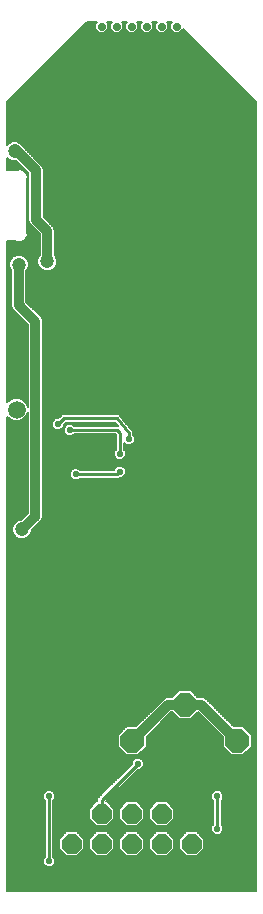
<source format=gbl>
G75*
%MOIN*%
%OFA0B0*%
%FSLAX25Y25*%
%IPPOS*%
%LPD*%
%AMOC8*
5,1,8,0,0,1.08239X$1,22.5*
%
%ADD10OC8,0.06600*%
%ADD11OC8,0.02560*%
%ADD12C,0.05906*%
%ADD13OC8,0.07800*%
%ADD14C,0.01000*%
%ADD15C,0.02181*%
%ADD16C,0.00630*%
%ADD17C,0.02969*%
%ADD18C,0.04724*%
%ADD19C,0.03200*%
D10*
X0094504Y0066197D03*
X0094504Y0076197D03*
X0104504Y0076197D03*
X0104504Y0066197D03*
X0114504Y0066197D03*
X0114504Y0076197D03*
X0124504Y0076197D03*
X0124504Y0066197D03*
X0134504Y0066197D03*
X0134504Y0076197D03*
D11*
X0129504Y0338559D03*
X0124504Y0338559D03*
X0119504Y0338559D03*
X0114504Y0338559D03*
X0109504Y0338559D03*
X0104504Y0338559D03*
X0099504Y0338559D03*
D12*
X0076118Y0235567D03*
X0076118Y0210961D03*
D13*
X0114720Y0307535D03*
X0132220Y0295535D03*
X0149720Y0307535D03*
X0132220Y0112535D03*
X0114720Y0100535D03*
X0149720Y0100535D03*
D14*
X0143047Y0082024D02*
X0143047Y0071197D01*
X0116472Y0092850D02*
X0104504Y0080882D01*
X0104504Y0076197D01*
X0086945Y0082024D02*
X0086945Y0060370D01*
X0095803Y0189307D02*
X0109583Y0189307D01*
X0110567Y0190291D01*
X0110567Y0196197D02*
X0110567Y0203087D01*
X0109583Y0204071D01*
X0093835Y0204071D01*
X0091866Y0208008D02*
X0109583Y0208008D01*
X0113520Y0203087D01*
X0113520Y0201118D01*
X0091866Y0208008D02*
X0089898Y0206039D01*
D15*
X0089898Y0206039D03*
X0093835Y0204071D03*
X0098756Y0199150D03*
X0100724Y0196197D03*
X0098756Y0193244D03*
X0095803Y0189307D03*
X0102693Y0193244D03*
X0102693Y0199150D03*
X0110567Y0196197D03*
X0110567Y0190291D03*
X0113520Y0201118D03*
X0116472Y0092850D03*
X0143047Y0082024D03*
X0143047Y0071197D03*
X0086945Y0082024D03*
X0086945Y0060370D03*
X0087339Y0311551D03*
D16*
X0073012Y0208597D02*
X0073012Y0050374D01*
X0155996Y0050374D01*
X0155996Y0313555D01*
X0131699Y0337852D01*
X0131699Y0337650D01*
X0130413Y0336364D01*
X0128595Y0336364D01*
X0127309Y0337650D01*
X0127309Y0339468D01*
X0127892Y0340051D01*
X0126116Y0340051D01*
X0126699Y0339468D01*
X0126699Y0337650D01*
X0125413Y0336364D01*
X0123595Y0336364D01*
X0122309Y0337650D01*
X0122309Y0339468D01*
X0122892Y0340051D01*
X0121116Y0340051D01*
X0121699Y0339468D01*
X0121699Y0337650D01*
X0120413Y0336364D01*
X0118595Y0336364D01*
X0117309Y0337650D01*
X0117309Y0339468D01*
X0117892Y0340051D01*
X0116116Y0340051D01*
X0116699Y0339468D01*
X0116699Y0337650D01*
X0115413Y0336364D01*
X0113595Y0336364D01*
X0112309Y0337650D01*
X0112309Y0339468D01*
X0112892Y0340051D01*
X0111116Y0340051D01*
X0111699Y0339468D01*
X0111699Y0337650D01*
X0110413Y0336364D01*
X0108595Y0336364D01*
X0107309Y0337650D01*
X0107309Y0339468D01*
X0107892Y0340051D01*
X0106116Y0340051D01*
X0106699Y0339468D01*
X0106699Y0337650D01*
X0105413Y0336364D01*
X0103595Y0336364D01*
X0102309Y0337650D01*
X0102309Y0339468D01*
X0102892Y0340051D01*
X0099508Y0340051D01*
X0073012Y0313555D01*
X0073012Y0299202D01*
X0073622Y0299812D01*
X0074826Y0300311D01*
X0076130Y0300311D01*
X0077334Y0299812D01*
X0078256Y0298890D01*
X0078464Y0298388D01*
X0084746Y0292106D01*
X0085129Y0291182D01*
X0085129Y0275191D01*
X0087486Y0272834D01*
X0087486Y0272834D01*
X0087512Y0272809D01*
X0088194Y0272127D01*
X0088194Y0272127D01*
X0088334Y0271986D01*
X0088334Y0271986D01*
X0088869Y0270694D01*
X0088869Y0262490D01*
X0089133Y0262226D01*
X0155996Y0262226D01*
X0155996Y0261598D02*
X0089393Y0261598D01*
X0089631Y0261022D02*
X0089133Y0262226D01*
X0088869Y0262855D02*
X0155996Y0262855D01*
X0155996Y0263483D02*
X0088869Y0263483D01*
X0088869Y0264111D02*
X0155996Y0264111D01*
X0155996Y0264740D02*
X0088869Y0264740D01*
X0088869Y0265368D02*
X0155996Y0265368D01*
X0155996Y0265997D02*
X0088869Y0265997D01*
X0088869Y0266625D02*
X0155996Y0266625D01*
X0155996Y0267254D02*
X0088869Y0267254D01*
X0088869Y0267882D02*
X0155996Y0267882D01*
X0155996Y0268510D02*
X0088869Y0268510D01*
X0088869Y0269139D02*
X0155996Y0269139D01*
X0155996Y0269767D02*
X0088869Y0269767D01*
X0088869Y0270396D02*
X0155996Y0270396D01*
X0155996Y0271024D02*
X0088733Y0271024D01*
X0088472Y0271653D02*
X0155996Y0271653D01*
X0155996Y0272281D02*
X0088039Y0272281D01*
X0087411Y0272909D02*
X0155996Y0272909D01*
X0155996Y0273538D02*
X0086783Y0273538D01*
X0086154Y0274166D02*
X0155996Y0274166D01*
X0155996Y0274795D02*
X0085526Y0274795D01*
X0085129Y0275423D02*
X0155996Y0275423D01*
X0155996Y0276052D02*
X0085129Y0276052D01*
X0085129Y0276680D02*
X0155996Y0276680D01*
X0155996Y0277309D02*
X0085129Y0277309D01*
X0085129Y0277937D02*
X0155996Y0277937D01*
X0155996Y0278565D02*
X0085129Y0278565D01*
X0085129Y0279194D02*
X0155996Y0279194D01*
X0155996Y0279822D02*
X0085129Y0279822D01*
X0085129Y0280451D02*
X0155996Y0280451D01*
X0155996Y0281079D02*
X0085129Y0281079D01*
X0085129Y0281708D02*
X0155996Y0281708D01*
X0155996Y0282336D02*
X0085129Y0282336D01*
X0085129Y0282964D02*
X0155996Y0282964D01*
X0155996Y0283593D02*
X0085129Y0283593D01*
X0085129Y0284221D02*
X0155996Y0284221D01*
X0155996Y0284850D02*
X0085129Y0284850D01*
X0085129Y0285478D02*
X0155996Y0285478D01*
X0155996Y0286107D02*
X0085129Y0286107D01*
X0085129Y0286735D02*
X0155996Y0286735D01*
X0155996Y0287363D02*
X0085129Y0287363D01*
X0085129Y0287992D02*
X0155996Y0287992D01*
X0155996Y0288620D02*
X0085129Y0288620D01*
X0085129Y0289249D02*
X0155996Y0289249D01*
X0155996Y0289877D02*
X0085129Y0289877D01*
X0085129Y0290506D02*
X0155996Y0290506D01*
X0155996Y0291134D02*
X0085129Y0291134D01*
X0084889Y0291762D02*
X0155996Y0291762D01*
X0155996Y0292391D02*
X0084461Y0292391D01*
X0083833Y0293019D02*
X0155996Y0293019D01*
X0155996Y0293648D02*
X0083204Y0293648D01*
X0082576Y0294276D02*
X0155996Y0294276D01*
X0155996Y0294905D02*
X0081948Y0294905D01*
X0081319Y0295533D02*
X0155996Y0295533D01*
X0155996Y0296161D02*
X0080691Y0296161D01*
X0080062Y0296790D02*
X0155996Y0296790D01*
X0155996Y0297418D02*
X0079434Y0297418D01*
X0078805Y0298047D02*
X0155996Y0298047D01*
X0155996Y0298675D02*
X0078345Y0298675D01*
X0077843Y0299304D02*
X0155996Y0299304D01*
X0155996Y0299932D02*
X0077045Y0299932D01*
X0073911Y0299932D02*
X0073012Y0299932D01*
X0073012Y0299304D02*
X0073113Y0299304D01*
X0073012Y0300561D02*
X0155996Y0300561D01*
X0155996Y0301189D02*
X0073012Y0301189D01*
X0073012Y0301817D02*
X0155996Y0301817D01*
X0155996Y0302446D02*
X0073012Y0302446D01*
X0073012Y0303074D02*
X0155996Y0303074D01*
X0155996Y0303703D02*
X0073012Y0303703D01*
X0073012Y0304331D02*
X0155996Y0304331D01*
X0155996Y0304960D02*
X0073012Y0304960D01*
X0073012Y0305588D02*
X0155996Y0305588D01*
X0155996Y0306216D02*
X0073012Y0306216D01*
X0073012Y0306845D02*
X0155996Y0306845D01*
X0155996Y0307473D02*
X0073012Y0307473D01*
X0073012Y0308102D02*
X0155996Y0308102D01*
X0155996Y0308730D02*
X0073012Y0308730D01*
X0073012Y0309359D02*
X0155996Y0309359D01*
X0155996Y0309987D02*
X0073012Y0309987D01*
X0073012Y0310615D02*
X0155996Y0310615D01*
X0155996Y0311244D02*
X0073012Y0311244D01*
X0073012Y0311872D02*
X0155996Y0311872D01*
X0155996Y0312501D02*
X0073012Y0312501D01*
X0073012Y0313129D02*
X0155996Y0313129D01*
X0155794Y0313758D02*
X0073214Y0313758D01*
X0073843Y0314386D02*
X0155165Y0314386D01*
X0154537Y0315014D02*
X0074471Y0315014D01*
X0075099Y0315643D02*
X0153908Y0315643D01*
X0153280Y0316271D02*
X0075728Y0316271D01*
X0076356Y0316900D02*
X0152652Y0316900D01*
X0152023Y0317528D02*
X0076985Y0317528D01*
X0077613Y0318157D02*
X0151395Y0318157D01*
X0150766Y0318785D02*
X0078242Y0318785D01*
X0078870Y0319413D02*
X0150138Y0319413D01*
X0149509Y0320042D02*
X0079498Y0320042D01*
X0080127Y0320670D02*
X0148881Y0320670D01*
X0148253Y0321299D02*
X0080755Y0321299D01*
X0081384Y0321927D02*
X0147624Y0321927D01*
X0146996Y0322556D02*
X0082012Y0322556D01*
X0082641Y0323184D02*
X0146367Y0323184D01*
X0145739Y0323813D02*
X0083269Y0323813D01*
X0083897Y0324441D02*
X0145110Y0324441D01*
X0144482Y0325069D02*
X0084526Y0325069D01*
X0085154Y0325698D02*
X0143854Y0325698D01*
X0143225Y0326326D02*
X0085783Y0326326D01*
X0086411Y0326955D02*
X0142597Y0326955D01*
X0141968Y0327583D02*
X0087040Y0327583D01*
X0087668Y0328212D02*
X0141340Y0328212D01*
X0140711Y0328840D02*
X0088296Y0328840D01*
X0088925Y0329468D02*
X0140083Y0329468D01*
X0139455Y0330097D02*
X0089553Y0330097D01*
X0090182Y0330725D02*
X0138826Y0330725D01*
X0138198Y0331354D02*
X0090810Y0331354D01*
X0091439Y0331982D02*
X0137569Y0331982D01*
X0136941Y0332611D02*
X0092067Y0332611D01*
X0092696Y0333239D02*
X0136312Y0333239D01*
X0135684Y0333867D02*
X0093324Y0333867D01*
X0093952Y0334496D02*
X0135055Y0334496D01*
X0134427Y0335124D02*
X0094581Y0335124D01*
X0095209Y0335753D02*
X0133799Y0335753D01*
X0133170Y0336381D02*
X0130430Y0336381D01*
X0131059Y0337010D02*
X0132542Y0337010D01*
X0131913Y0337638D02*
X0131687Y0337638D01*
X0128578Y0336381D02*
X0125430Y0336381D01*
X0126059Y0337010D02*
X0127949Y0337010D01*
X0127321Y0337638D02*
X0126687Y0337638D01*
X0126699Y0338266D02*
X0127309Y0338266D01*
X0127309Y0338895D02*
X0126699Y0338895D01*
X0126644Y0339523D02*
X0127364Y0339523D01*
X0123578Y0336381D02*
X0120430Y0336381D01*
X0121059Y0337010D02*
X0122949Y0337010D01*
X0122321Y0337638D02*
X0121687Y0337638D01*
X0121699Y0338266D02*
X0122309Y0338266D01*
X0122309Y0338895D02*
X0121699Y0338895D01*
X0121644Y0339523D02*
X0122364Y0339523D01*
X0118578Y0336381D02*
X0115430Y0336381D01*
X0116059Y0337010D02*
X0117949Y0337010D01*
X0117321Y0337638D02*
X0116687Y0337638D01*
X0116699Y0338266D02*
X0117309Y0338266D01*
X0117309Y0338895D02*
X0116699Y0338895D01*
X0116644Y0339523D02*
X0117364Y0339523D01*
X0113578Y0336381D02*
X0110430Y0336381D01*
X0111059Y0337010D02*
X0112949Y0337010D01*
X0112321Y0337638D02*
X0111687Y0337638D01*
X0111699Y0338266D02*
X0112309Y0338266D01*
X0112309Y0338895D02*
X0111699Y0338895D01*
X0111644Y0339523D02*
X0112364Y0339523D01*
X0108578Y0336381D02*
X0105430Y0336381D01*
X0106059Y0337010D02*
X0107949Y0337010D01*
X0107321Y0337638D02*
X0106687Y0337638D01*
X0106699Y0338266D02*
X0107309Y0338266D01*
X0107309Y0338895D02*
X0106699Y0338895D01*
X0106644Y0339523D02*
X0107364Y0339523D01*
X0103578Y0336381D02*
X0095838Y0336381D01*
X0096466Y0337010D02*
X0102949Y0337010D01*
X0102321Y0337638D02*
X0097095Y0337638D01*
X0097723Y0338266D02*
X0102309Y0338266D01*
X0102309Y0338895D02*
X0098351Y0338895D01*
X0098980Y0339523D02*
X0102364Y0339523D01*
X0075982Y0293757D02*
X0080099Y0289640D01*
X0080099Y0273649D01*
X0080482Y0272725D01*
X0081190Y0272018D01*
X0083839Y0269368D01*
X0083839Y0262490D01*
X0083576Y0262226D01*
X0078137Y0262226D01*
X0077557Y0262466D02*
X0076254Y0262466D01*
X0075049Y0261967D01*
X0074127Y0261045D01*
X0073628Y0259841D01*
X0073628Y0258537D01*
X0074127Y0257333D01*
X0074391Y0257069D01*
X0074391Y0245518D01*
X0074926Y0244226D01*
X0075066Y0244086D01*
X0075066Y0244086D01*
X0079902Y0239250D01*
X0079902Y0211931D01*
X0079397Y0213152D01*
X0078309Y0214240D01*
X0076887Y0214828D01*
X0075349Y0214828D01*
X0073927Y0214240D01*
X0073012Y0213324D01*
X0073012Y0267020D01*
X0075760Y0267020D01*
X0075837Y0266942D01*
X0077538Y0266673D01*
X0079073Y0267455D01*
X0079855Y0268989D01*
X0079855Y0268989D01*
X0079585Y0270690D01*
X0079585Y0270690D01*
X0079508Y0270768D01*
X0079508Y0286980D01*
X0079585Y0287058D01*
X0079855Y0288759D01*
X0079073Y0290293D01*
X0079073Y0290293D01*
X0079073Y0290293D01*
X0077538Y0291075D01*
X0075837Y0290806D01*
X0075760Y0290728D01*
X0073012Y0290728D01*
X0073012Y0294865D01*
X0073622Y0294256D01*
X0074826Y0293757D01*
X0075982Y0293757D01*
X0076091Y0293648D02*
X0073012Y0293648D01*
X0073012Y0294276D02*
X0073601Y0294276D01*
X0073012Y0293019D02*
X0076719Y0293019D01*
X0077348Y0292391D02*
X0073012Y0292391D01*
X0073012Y0291762D02*
X0077976Y0291762D01*
X0077538Y0291075D02*
X0077538Y0291075D01*
X0078605Y0291134D02*
X0073012Y0291134D01*
X0075837Y0290806D02*
X0075837Y0290806D01*
X0078656Y0290506D02*
X0079233Y0290506D01*
X0079285Y0289877D02*
X0079862Y0289877D01*
X0080099Y0289249D02*
X0079605Y0289249D01*
X0079855Y0288759D02*
X0079855Y0288759D01*
X0079833Y0288620D02*
X0080099Y0288620D01*
X0080099Y0287992D02*
X0079733Y0287992D01*
X0079634Y0287363D02*
X0080099Y0287363D01*
X0079585Y0287058D02*
X0079585Y0287058D01*
X0079508Y0286735D02*
X0080099Y0286735D01*
X0080099Y0286107D02*
X0079508Y0286107D01*
X0079508Y0285478D02*
X0080099Y0285478D01*
X0080099Y0284850D02*
X0079508Y0284850D01*
X0079508Y0284221D02*
X0080099Y0284221D01*
X0080099Y0283593D02*
X0079508Y0283593D01*
X0079508Y0282964D02*
X0080099Y0282964D01*
X0080099Y0282336D02*
X0079508Y0282336D01*
X0079508Y0281708D02*
X0080099Y0281708D01*
X0080099Y0281079D02*
X0079508Y0281079D01*
X0079508Y0280451D02*
X0080099Y0280451D01*
X0080099Y0279822D02*
X0079508Y0279822D01*
X0079508Y0279194D02*
X0080099Y0279194D01*
X0080099Y0278565D02*
X0079508Y0278565D01*
X0079508Y0277937D02*
X0080099Y0277937D01*
X0080099Y0277309D02*
X0079508Y0277309D01*
X0079508Y0276680D02*
X0080099Y0276680D01*
X0080099Y0276052D02*
X0079508Y0276052D01*
X0079508Y0275423D02*
X0080099Y0275423D01*
X0080099Y0274795D02*
X0079508Y0274795D01*
X0079508Y0274166D02*
X0080099Y0274166D01*
X0080145Y0273538D02*
X0079508Y0273538D01*
X0079508Y0272909D02*
X0080406Y0272909D01*
X0080926Y0272281D02*
X0079508Y0272281D01*
X0079508Y0271653D02*
X0081554Y0271653D01*
X0081190Y0272018D02*
X0081190Y0272018D01*
X0082183Y0271024D02*
X0079508Y0271024D01*
X0079632Y0270396D02*
X0082811Y0270396D01*
X0083440Y0269767D02*
X0079731Y0269767D01*
X0079831Y0269139D02*
X0083839Y0269139D01*
X0083839Y0268510D02*
X0079611Y0268510D01*
X0079290Y0267882D02*
X0083839Y0267882D01*
X0083839Y0267254D02*
X0078678Y0267254D01*
X0079073Y0267455D02*
X0079073Y0267455D01*
X0077557Y0262466D02*
X0078762Y0261967D01*
X0079684Y0261045D01*
X0080183Y0259841D01*
X0080183Y0258537D01*
X0079684Y0257333D01*
X0079420Y0257069D01*
X0079420Y0246845D01*
X0083842Y0242423D01*
X0083842Y0242423D01*
X0084549Y0241716D01*
X0084932Y0240792D01*
X0084932Y0175243D01*
X0084397Y0173951D01*
X0084397Y0173951D01*
X0084257Y0173810D01*
X0084257Y0173810D01*
X0081167Y0170720D01*
X0081167Y0170348D01*
X0080668Y0169144D01*
X0079746Y0168222D01*
X0078542Y0167723D01*
X0077238Y0167723D01*
X0076033Y0168222D01*
X0075112Y0169144D01*
X0074613Y0170348D01*
X0074613Y0171652D01*
X0075112Y0172856D01*
X0076033Y0173778D01*
X0077238Y0174277D01*
X0077610Y0174277D01*
X0079902Y0176569D01*
X0079902Y0209990D01*
X0079397Y0208770D01*
X0078309Y0207682D01*
X0076887Y0207093D01*
X0075349Y0207093D01*
X0073927Y0207682D01*
X0073012Y0208597D01*
X0073012Y0208181D02*
X0073428Y0208181D01*
X0073012Y0207552D02*
X0074239Y0207552D01*
X0073012Y0206924D02*
X0079902Y0206924D01*
X0079902Y0206296D02*
X0073012Y0206296D01*
X0073012Y0205667D02*
X0079902Y0205667D01*
X0079902Y0205039D02*
X0073012Y0205039D01*
X0073012Y0204410D02*
X0079902Y0204410D01*
X0079902Y0203782D02*
X0073012Y0203782D01*
X0073012Y0203153D02*
X0079902Y0203153D01*
X0079902Y0202525D02*
X0073012Y0202525D01*
X0073012Y0201897D02*
X0079902Y0201897D01*
X0079902Y0201268D02*
X0073012Y0201268D01*
X0073012Y0200640D02*
X0079902Y0200640D01*
X0079902Y0200011D02*
X0073012Y0200011D01*
X0073012Y0199383D02*
X0079902Y0199383D01*
X0079902Y0198754D02*
X0073012Y0198754D01*
X0073012Y0198126D02*
X0079902Y0198126D01*
X0079902Y0197498D02*
X0073012Y0197498D01*
X0073012Y0196869D02*
X0079902Y0196869D01*
X0079902Y0196241D02*
X0073012Y0196241D01*
X0073012Y0195612D02*
X0079902Y0195612D01*
X0079902Y0194984D02*
X0073012Y0194984D01*
X0073012Y0194355D02*
X0079902Y0194355D01*
X0079902Y0193727D02*
X0073012Y0193727D01*
X0073012Y0193099D02*
X0079902Y0193099D01*
X0079902Y0192470D02*
X0073012Y0192470D01*
X0073012Y0191842D02*
X0079902Y0191842D01*
X0079902Y0191213D02*
X0073012Y0191213D01*
X0073012Y0190585D02*
X0079902Y0190585D01*
X0079902Y0189956D02*
X0073012Y0189956D01*
X0073012Y0189328D02*
X0079902Y0189328D01*
X0079902Y0188700D02*
X0073012Y0188700D01*
X0073012Y0188071D02*
X0079902Y0188071D01*
X0079902Y0187443D02*
X0073012Y0187443D01*
X0073012Y0186814D02*
X0079902Y0186814D01*
X0079902Y0186186D02*
X0073012Y0186186D01*
X0073012Y0185557D02*
X0079902Y0185557D01*
X0079902Y0184929D02*
X0073012Y0184929D01*
X0073012Y0184300D02*
X0079902Y0184300D01*
X0079902Y0183672D02*
X0073012Y0183672D01*
X0073012Y0183044D02*
X0079902Y0183044D01*
X0079902Y0182415D02*
X0073012Y0182415D01*
X0073012Y0181787D02*
X0079902Y0181787D01*
X0079902Y0181158D02*
X0073012Y0181158D01*
X0073012Y0180530D02*
X0079902Y0180530D01*
X0079902Y0179901D02*
X0073012Y0179901D01*
X0073012Y0179273D02*
X0079902Y0179273D01*
X0079902Y0178645D02*
X0073012Y0178645D01*
X0073012Y0178016D02*
X0079902Y0178016D01*
X0079902Y0177388D02*
X0073012Y0177388D01*
X0073012Y0176759D02*
X0079902Y0176759D01*
X0079464Y0176131D02*
X0073012Y0176131D01*
X0073012Y0175502D02*
X0078836Y0175502D01*
X0078207Y0174874D02*
X0073012Y0174874D01*
X0073012Y0174246D02*
X0077162Y0174246D01*
X0075872Y0173617D02*
X0073012Y0173617D01*
X0073012Y0172989D02*
X0075244Y0172989D01*
X0074906Y0172360D02*
X0073012Y0172360D01*
X0073012Y0171732D02*
X0074646Y0171732D01*
X0074613Y0171103D02*
X0073012Y0171103D01*
X0073012Y0170475D02*
X0074613Y0170475D01*
X0074820Y0169847D02*
X0073012Y0169847D01*
X0073012Y0169218D02*
X0075081Y0169218D01*
X0075665Y0168590D02*
X0073012Y0168590D01*
X0073012Y0167961D02*
X0076662Y0167961D01*
X0079117Y0167961D02*
X0155996Y0167961D01*
X0155996Y0167333D02*
X0073012Y0167333D01*
X0073012Y0166704D02*
X0155996Y0166704D01*
X0155996Y0166076D02*
X0073012Y0166076D01*
X0073012Y0165448D02*
X0155996Y0165448D01*
X0155996Y0164819D02*
X0073012Y0164819D01*
X0073012Y0164191D02*
X0155996Y0164191D01*
X0155996Y0163562D02*
X0073012Y0163562D01*
X0073012Y0162934D02*
X0155996Y0162934D01*
X0155996Y0162305D02*
X0073012Y0162305D01*
X0073012Y0161677D02*
X0155996Y0161677D01*
X0155996Y0161048D02*
X0073012Y0161048D01*
X0073012Y0160420D02*
X0155996Y0160420D01*
X0155996Y0159792D02*
X0073012Y0159792D01*
X0073012Y0159163D02*
X0155996Y0159163D01*
X0155996Y0158535D02*
X0073012Y0158535D01*
X0073012Y0157906D02*
X0155996Y0157906D01*
X0155996Y0157278D02*
X0073012Y0157278D01*
X0073012Y0156649D02*
X0155996Y0156649D01*
X0155996Y0156021D02*
X0073012Y0156021D01*
X0073012Y0155393D02*
X0155996Y0155393D01*
X0155996Y0154764D02*
X0073012Y0154764D01*
X0073012Y0154136D02*
X0155996Y0154136D01*
X0155996Y0153507D02*
X0073012Y0153507D01*
X0073012Y0152879D02*
X0155996Y0152879D01*
X0155996Y0152250D02*
X0073012Y0152250D01*
X0073012Y0151622D02*
X0155996Y0151622D01*
X0155996Y0150994D02*
X0073012Y0150994D01*
X0073012Y0150365D02*
X0155996Y0150365D01*
X0155996Y0149737D02*
X0073012Y0149737D01*
X0073012Y0149108D02*
X0155996Y0149108D01*
X0155996Y0148480D02*
X0073012Y0148480D01*
X0073012Y0147851D02*
X0155996Y0147851D01*
X0155996Y0147223D02*
X0073012Y0147223D01*
X0073012Y0146595D02*
X0155996Y0146595D01*
X0155996Y0145966D02*
X0073012Y0145966D01*
X0073012Y0145338D02*
X0155996Y0145338D01*
X0155996Y0144709D02*
X0073012Y0144709D01*
X0073012Y0144081D02*
X0155996Y0144081D01*
X0155996Y0143452D02*
X0073012Y0143452D01*
X0073012Y0142824D02*
X0155996Y0142824D01*
X0155996Y0142196D02*
X0073012Y0142196D01*
X0073012Y0141567D02*
X0155996Y0141567D01*
X0155996Y0140939D02*
X0073012Y0140939D01*
X0073012Y0140310D02*
X0155996Y0140310D01*
X0155996Y0139682D02*
X0073012Y0139682D01*
X0073012Y0139053D02*
X0155996Y0139053D01*
X0155996Y0138425D02*
X0073012Y0138425D01*
X0073012Y0137796D02*
X0155996Y0137796D01*
X0155996Y0137168D02*
X0073012Y0137168D01*
X0073012Y0136540D02*
X0155996Y0136540D01*
X0155996Y0135911D02*
X0073012Y0135911D01*
X0073012Y0135283D02*
X0155996Y0135283D01*
X0155996Y0134654D02*
X0073012Y0134654D01*
X0073012Y0134026D02*
X0155996Y0134026D01*
X0155996Y0133397D02*
X0073012Y0133397D01*
X0073012Y0132769D02*
X0155996Y0132769D01*
X0155996Y0132141D02*
X0073012Y0132141D01*
X0073012Y0131512D02*
X0155996Y0131512D01*
X0155996Y0130884D02*
X0073012Y0130884D01*
X0073012Y0130255D02*
X0155996Y0130255D01*
X0155996Y0129627D02*
X0073012Y0129627D01*
X0073012Y0128998D02*
X0155996Y0128998D01*
X0155996Y0128370D02*
X0073012Y0128370D01*
X0073012Y0127742D02*
X0155996Y0127742D01*
X0155996Y0127113D02*
X0073012Y0127113D01*
X0073012Y0126485D02*
X0155996Y0126485D01*
X0155996Y0125856D02*
X0073012Y0125856D01*
X0073012Y0125228D02*
X0155996Y0125228D01*
X0155996Y0124599D02*
X0073012Y0124599D01*
X0073012Y0123971D02*
X0155996Y0123971D01*
X0155996Y0123343D02*
X0073012Y0123343D01*
X0073012Y0122714D02*
X0155996Y0122714D01*
X0155996Y0122086D02*
X0073012Y0122086D01*
X0073012Y0121457D02*
X0155996Y0121457D01*
X0155996Y0120829D02*
X0073012Y0120829D01*
X0073012Y0120200D02*
X0155996Y0120200D01*
X0155996Y0119572D02*
X0073012Y0119572D01*
X0073012Y0118944D02*
X0155996Y0118944D01*
X0155996Y0118315D02*
X0073012Y0118315D01*
X0073012Y0117687D02*
X0155996Y0117687D01*
X0155996Y0117058D02*
X0134507Y0117058D01*
X0134215Y0117350D02*
X0130226Y0117350D01*
X0127926Y0115050D01*
X0126220Y0115050D01*
X0125296Y0114668D01*
X0124588Y0113960D01*
X0115979Y0105350D01*
X0112726Y0105350D01*
X0109906Y0102530D01*
X0109906Y0098541D01*
X0112726Y0095720D01*
X0116715Y0095720D01*
X0119535Y0098541D01*
X0119535Y0101794D01*
X0127762Y0110020D01*
X0127926Y0110020D01*
X0130226Y0107720D01*
X0134215Y0107720D01*
X0136515Y0110020D01*
X0136679Y0110020D01*
X0144906Y0101794D01*
X0144906Y0098541D01*
X0147726Y0095720D01*
X0151715Y0095720D01*
X0154535Y0098541D01*
X0154535Y0102530D01*
X0151715Y0105350D01*
X0148462Y0105350D01*
X0139145Y0114668D01*
X0138221Y0115050D01*
X0136515Y0115050D01*
X0134215Y0117350D01*
X0135135Y0116430D02*
X0155996Y0116430D01*
X0155996Y0115801D02*
X0135764Y0115801D01*
X0136392Y0115173D02*
X0155996Y0115173D01*
X0155996Y0114544D02*
X0139268Y0114544D01*
X0139897Y0113916D02*
X0155996Y0113916D01*
X0155996Y0113288D02*
X0140525Y0113288D01*
X0141153Y0112659D02*
X0155996Y0112659D01*
X0155996Y0112031D02*
X0141782Y0112031D01*
X0142410Y0111402D02*
X0155996Y0111402D01*
X0155996Y0110774D02*
X0143039Y0110774D01*
X0143667Y0110145D02*
X0155996Y0110145D01*
X0155996Y0109517D02*
X0144296Y0109517D01*
X0144924Y0108889D02*
X0155996Y0108889D01*
X0155996Y0108260D02*
X0145552Y0108260D01*
X0146181Y0107632D02*
X0155996Y0107632D01*
X0155996Y0107003D02*
X0146809Y0107003D01*
X0147438Y0106375D02*
X0155996Y0106375D01*
X0155996Y0105746D02*
X0148066Y0105746D01*
X0144906Y0101347D02*
X0119535Y0101347D01*
X0119535Y0100719D02*
X0144906Y0100719D01*
X0144906Y0100091D02*
X0119535Y0100091D01*
X0119535Y0099462D02*
X0144906Y0099462D01*
X0144906Y0098834D02*
X0119535Y0098834D01*
X0119200Y0098205D02*
X0145241Y0098205D01*
X0145870Y0097577D02*
X0118571Y0097577D01*
X0117943Y0096948D02*
X0146498Y0096948D01*
X0147127Y0096320D02*
X0117314Y0096320D01*
X0117303Y0094856D02*
X0115642Y0094856D01*
X0114467Y0093681D01*
X0114467Y0092846D01*
X0103089Y0081468D01*
X0103089Y0080412D01*
X0102758Y0080412D01*
X0100289Y0077943D01*
X0100289Y0074451D01*
X0102758Y0071982D01*
X0106250Y0071982D01*
X0108719Y0074451D01*
X0108719Y0077943D01*
X0106250Y0080412D01*
X0106035Y0080412D01*
X0116468Y0090845D01*
X0117303Y0090845D01*
X0118478Y0092020D01*
X0118478Y0093681D01*
X0117303Y0094856D01*
X0117724Y0094435D02*
X0155996Y0094435D01*
X0155996Y0095063D02*
X0073012Y0095063D01*
X0073012Y0094435D02*
X0115220Y0094435D01*
X0114592Y0093806D02*
X0073012Y0093806D01*
X0073012Y0093178D02*
X0114467Y0093178D01*
X0114170Y0092549D02*
X0073012Y0092549D01*
X0073012Y0091921D02*
X0113542Y0091921D01*
X0112913Y0091292D02*
X0073012Y0091292D01*
X0073012Y0090664D02*
X0112285Y0090664D01*
X0111657Y0090036D02*
X0073012Y0090036D01*
X0073012Y0089407D02*
X0111028Y0089407D01*
X0110400Y0088779D02*
X0073012Y0088779D01*
X0073012Y0088150D02*
X0109771Y0088150D01*
X0109143Y0087522D02*
X0073012Y0087522D01*
X0073012Y0086893D02*
X0108514Y0086893D01*
X0107886Y0086265D02*
X0073012Y0086265D01*
X0073012Y0085637D02*
X0107258Y0085637D01*
X0106629Y0085008D02*
X0073012Y0085008D01*
X0073012Y0084380D02*
X0106001Y0084380D01*
X0105372Y0083751D02*
X0088053Y0083751D01*
X0087776Y0084029D02*
X0088950Y0082854D01*
X0088950Y0081193D01*
X0088360Y0080602D01*
X0088360Y0061791D01*
X0088950Y0061201D01*
X0088950Y0059539D01*
X0087776Y0058365D01*
X0086114Y0058365D01*
X0084939Y0059539D01*
X0084939Y0061201D01*
X0085530Y0061791D01*
X0085530Y0080602D01*
X0084939Y0081193D01*
X0084939Y0082854D01*
X0086114Y0084029D01*
X0087776Y0084029D01*
X0088682Y0083123D02*
X0104744Y0083123D01*
X0104115Y0082494D02*
X0088950Y0082494D01*
X0088950Y0081866D02*
X0103487Y0081866D01*
X0103089Y0081238D02*
X0088950Y0081238D01*
X0088367Y0080609D02*
X0103089Y0080609D01*
X0102327Y0079981D02*
X0088360Y0079981D01*
X0088360Y0079352D02*
X0101698Y0079352D01*
X0101070Y0078724D02*
X0088360Y0078724D01*
X0088360Y0078095D02*
X0100442Y0078095D01*
X0100289Y0077467D02*
X0088360Y0077467D01*
X0088360Y0076839D02*
X0100289Y0076839D01*
X0100289Y0076210D02*
X0088360Y0076210D01*
X0088360Y0075582D02*
X0100289Y0075582D01*
X0100289Y0074953D02*
X0088360Y0074953D01*
X0088360Y0074325D02*
X0100415Y0074325D01*
X0101044Y0073696D02*
X0088360Y0073696D01*
X0088360Y0073068D02*
X0101672Y0073068D01*
X0102300Y0072439D02*
X0088360Y0072439D01*
X0088360Y0071811D02*
X0141042Y0071811D01*
X0141042Y0072028D02*
X0141042Y0070366D01*
X0142217Y0069191D01*
X0143878Y0069191D01*
X0145053Y0070366D01*
X0145053Y0072028D01*
X0144462Y0072618D01*
X0144462Y0080602D01*
X0145053Y0081193D01*
X0145053Y0082854D01*
X0143878Y0084029D01*
X0142217Y0084029D01*
X0141042Y0082854D01*
X0141042Y0081193D01*
X0141632Y0080602D01*
X0141632Y0072618D01*
X0141042Y0072028D01*
X0141454Y0072439D02*
X0126707Y0072439D01*
X0126250Y0071982D02*
X0128719Y0074451D01*
X0128719Y0077943D01*
X0126250Y0080412D01*
X0122758Y0080412D01*
X0120289Y0077943D01*
X0120289Y0074451D01*
X0122758Y0071982D01*
X0126250Y0071982D01*
X0127336Y0073068D02*
X0141632Y0073068D01*
X0141632Y0073696D02*
X0127964Y0073696D01*
X0128593Y0074325D02*
X0141632Y0074325D01*
X0141632Y0074953D02*
X0128719Y0074953D01*
X0128719Y0075582D02*
X0141632Y0075582D01*
X0141632Y0076210D02*
X0128719Y0076210D01*
X0128719Y0076839D02*
X0141632Y0076839D01*
X0141632Y0077467D02*
X0128719Y0077467D01*
X0128566Y0078095D02*
X0141632Y0078095D01*
X0141632Y0078724D02*
X0127938Y0078724D01*
X0127309Y0079352D02*
X0141632Y0079352D01*
X0141632Y0079981D02*
X0126681Y0079981D01*
X0122327Y0079981D02*
X0116681Y0079981D01*
X0116250Y0080412D02*
X0112758Y0080412D01*
X0110289Y0077943D01*
X0110289Y0074451D01*
X0112758Y0071982D01*
X0116250Y0071982D01*
X0118719Y0074451D01*
X0118719Y0077943D01*
X0116250Y0080412D01*
X0117309Y0079352D02*
X0121698Y0079352D01*
X0121070Y0078724D02*
X0117938Y0078724D01*
X0118566Y0078095D02*
X0120442Y0078095D01*
X0120289Y0077467D02*
X0118719Y0077467D01*
X0118719Y0076839D02*
X0120289Y0076839D01*
X0120289Y0076210D02*
X0118719Y0076210D01*
X0118719Y0075582D02*
X0120289Y0075582D01*
X0120289Y0074953D02*
X0118719Y0074953D01*
X0118593Y0074325D02*
X0120415Y0074325D01*
X0121044Y0073696D02*
X0117964Y0073696D01*
X0117336Y0073068D02*
X0121672Y0073068D01*
X0122300Y0072439D02*
X0116707Y0072439D01*
X0116250Y0070412D02*
X0112758Y0070412D01*
X0110289Y0067943D01*
X0110289Y0064451D01*
X0112758Y0061982D01*
X0116250Y0061982D01*
X0118719Y0064451D01*
X0118719Y0067943D01*
X0116250Y0070412D01*
X0116736Y0069926D02*
X0122272Y0069926D01*
X0122758Y0070412D02*
X0120289Y0067943D01*
X0120289Y0064451D01*
X0122758Y0061982D01*
X0126250Y0061982D01*
X0128719Y0064451D01*
X0128719Y0067943D01*
X0126250Y0070412D01*
X0122758Y0070412D01*
X0121644Y0069297D02*
X0117364Y0069297D01*
X0117993Y0068669D02*
X0121015Y0068669D01*
X0120387Y0068040D02*
X0118621Y0068040D01*
X0118719Y0067412D02*
X0120289Y0067412D01*
X0120289Y0066784D02*
X0118719Y0066784D01*
X0118719Y0066155D02*
X0120289Y0066155D01*
X0120289Y0065527D02*
X0118719Y0065527D01*
X0118719Y0064898D02*
X0120289Y0064898D01*
X0120470Y0064270D02*
X0118538Y0064270D01*
X0117909Y0063641D02*
X0121098Y0063641D01*
X0121727Y0063013D02*
X0117281Y0063013D01*
X0116652Y0062385D02*
X0122355Y0062385D01*
X0126652Y0062385D02*
X0132355Y0062385D01*
X0132758Y0061982D02*
X0136250Y0061982D01*
X0138719Y0064451D01*
X0138719Y0067943D01*
X0136250Y0070412D01*
X0132758Y0070412D01*
X0130289Y0067943D01*
X0130289Y0064451D01*
X0132758Y0061982D01*
X0131727Y0063013D02*
X0127281Y0063013D01*
X0127909Y0063641D02*
X0131098Y0063641D01*
X0130470Y0064270D02*
X0128538Y0064270D01*
X0128719Y0064898D02*
X0130289Y0064898D01*
X0130289Y0065527D02*
X0128719Y0065527D01*
X0128719Y0066155D02*
X0130289Y0066155D01*
X0130289Y0066784D02*
X0128719Y0066784D01*
X0128719Y0067412D02*
X0130289Y0067412D01*
X0130387Y0068040D02*
X0128621Y0068040D01*
X0127993Y0068669D02*
X0131015Y0068669D01*
X0131644Y0069297D02*
X0127364Y0069297D01*
X0126736Y0069926D02*
X0132272Y0069926D01*
X0136736Y0069926D02*
X0141482Y0069926D01*
X0141042Y0070554D02*
X0088360Y0070554D01*
X0088360Y0069926D02*
X0092272Y0069926D01*
X0092758Y0070412D02*
X0090289Y0067943D01*
X0090289Y0064451D01*
X0092758Y0061982D01*
X0096250Y0061982D01*
X0098719Y0064451D01*
X0098719Y0067943D01*
X0096250Y0070412D01*
X0092758Y0070412D01*
X0091644Y0069297D02*
X0088360Y0069297D01*
X0088360Y0068669D02*
X0091015Y0068669D01*
X0090387Y0068040D02*
X0088360Y0068040D01*
X0088360Y0067412D02*
X0090289Y0067412D01*
X0090289Y0066784D02*
X0088360Y0066784D01*
X0088360Y0066155D02*
X0090289Y0066155D01*
X0090289Y0065527D02*
X0088360Y0065527D01*
X0088360Y0064898D02*
X0090289Y0064898D01*
X0090470Y0064270D02*
X0088360Y0064270D01*
X0088360Y0063641D02*
X0091098Y0063641D01*
X0091727Y0063013D02*
X0088360Y0063013D01*
X0088360Y0062385D02*
X0092355Y0062385D01*
X0088950Y0061128D02*
X0155996Y0061128D01*
X0155996Y0061756D02*
X0088395Y0061756D01*
X0088950Y0060499D02*
X0155996Y0060499D01*
X0155996Y0059871D02*
X0088950Y0059871D01*
X0088653Y0059242D02*
X0155996Y0059242D01*
X0155996Y0058614D02*
X0088025Y0058614D01*
X0085865Y0058614D02*
X0073012Y0058614D01*
X0073012Y0059242D02*
X0085236Y0059242D01*
X0084939Y0059871D02*
X0073012Y0059871D01*
X0073012Y0060499D02*
X0084939Y0060499D01*
X0084939Y0061128D02*
X0073012Y0061128D01*
X0073012Y0061756D02*
X0085495Y0061756D01*
X0085530Y0062385D02*
X0073012Y0062385D01*
X0073012Y0063013D02*
X0085530Y0063013D01*
X0085530Y0063641D02*
X0073012Y0063641D01*
X0073012Y0064270D02*
X0085530Y0064270D01*
X0085530Y0064898D02*
X0073012Y0064898D01*
X0073012Y0065527D02*
X0085530Y0065527D01*
X0085530Y0066155D02*
X0073012Y0066155D01*
X0073012Y0066784D02*
X0085530Y0066784D01*
X0085530Y0067412D02*
X0073012Y0067412D01*
X0073012Y0068040D02*
X0085530Y0068040D01*
X0085530Y0068669D02*
X0073012Y0068669D01*
X0073012Y0069297D02*
X0085530Y0069297D01*
X0085530Y0069926D02*
X0073012Y0069926D01*
X0073012Y0070554D02*
X0085530Y0070554D01*
X0085530Y0071183D02*
X0073012Y0071183D01*
X0073012Y0071811D02*
X0085530Y0071811D01*
X0085530Y0072439D02*
X0073012Y0072439D01*
X0073012Y0073068D02*
X0085530Y0073068D01*
X0085530Y0073696D02*
X0073012Y0073696D01*
X0073012Y0074325D02*
X0085530Y0074325D01*
X0085530Y0074953D02*
X0073012Y0074953D01*
X0073012Y0075582D02*
X0085530Y0075582D01*
X0085530Y0076210D02*
X0073012Y0076210D01*
X0073012Y0076839D02*
X0085530Y0076839D01*
X0085530Y0077467D02*
X0073012Y0077467D01*
X0073012Y0078095D02*
X0085530Y0078095D01*
X0085530Y0078724D02*
X0073012Y0078724D01*
X0073012Y0079352D02*
X0085530Y0079352D01*
X0085530Y0079981D02*
X0073012Y0079981D01*
X0073012Y0080609D02*
X0085523Y0080609D01*
X0084939Y0081238D02*
X0073012Y0081238D01*
X0073012Y0081866D02*
X0084939Y0081866D01*
X0084939Y0082494D02*
X0073012Y0082494D01*
X0073012Y0083123D02*
X0085208Y0083123D01*
X0085836Y0083751D02*
X0073012Y0083751D01*
X0073012Y0095691D02*
X0155996Y0095691D01*
X0155996Y0096320D02*
X0152314Y0096320D01*
X0152943Y0096948D02*
X0155996Y0096948D01*
X0155996Y0097577D02*
X0153571Y0097577D01*
X0154200Y0098205D02*
X0155996Y0098205D01*
X0155996Y0098834D02*
X0154535Y0098834D01*
X0154535Y0099462D02*
X0155996Y0099462D01*
X0155996Y0100091D02*
X0154535Y0100091D01*
X0154535Y0100719D02*
X0155996Y0100719D01*
X0155996Y0101347D02*
X0154535Y0101347D01*
X0154535Y0101976D02*
X0155996Y0101976D01*
X0155996Y0102604D02*
X0154461Y0102604D01*
X0153833Y0103233D02*
X0155996Y0103233D01*
X0155996Y0103861D02*
X0153204Y0103861D01*
X0152576Y0104490D02*
X0155996Y0104490D01*
X0155996Y0105118D02*
X0151947Y0105118D01*
X0155996Y0093806D02*
X0118353Y0093806D01*
X0118478Y0093178D02*
X0155996Y0093178D01*
X0155996Y0092549D02*
X0118478Y0092549D01*
X0118379Y0091921D02*
X0155996Y0091921D01*
X0155996Y0091292D02*
X0117751Y0091292D01*
X0116287Y0090664D02*
X0155996Y0090664D01*
X0155996Y0090036D02*
X0115659Y0090036D01*
X0115030Y0089407D02*
X0155996Y0089407D01*
X0155996Y0088779D02*
X0114402Y0088779D01*
X0113773Y0088150D02*
X0155996Y0088150D01*
X0155996Y0087522D02*
X0113145Y0087522D01*
X0112517Y0086893D02*
X0155996Y0086893D01*
X0155996Y0086265D02*
X0111888Y0086265D01*
X0111260Y0085637D02*
X0155996Y0085637D01*
X0155996Y0085008D02*
X0110631Y0085008D01*
X0110003Y0084380D02*
X0155996Y0084380D01*
X0155996Y0083751D02*
X0144156Y0083751D01*
X0144784Y0083123D02*
X0155996Y0083123D01*
X0155996Y0082494D02*
X0145053Y0082494D01*
X0145053Y0081866D02*
X0155996Y0081866D01*
X0155996Y0081238D02*
X0145053Y0081238D01*
X0144469Y0080609D02*
X0155996Y0080609D01*
X0155996Y0079981D02*
X0144462Y0079981D01*
X0144462Y0079352D02*
X0155996Y0079352D01*
X0155996Y0078724D02*
X0144462Y0078724D01*
X0144462Y0078095D02*
X0155996Y0078095D01*
X0155996Y0077467D02*
X0144462Y0077467D01*
X0144462Y0076839D02*
X0155996Y0076839D01*
X0155996Y0076210D02*
X0144462Y0076210D01*
X0144462Y0075582D02*
X0155996Y0075582D01*
X0155996Y0074953D02*
X0144462Y0074953D01*
X0144462Y0074325D02*
X0155996Y0074325D01*
X0155996Y0073696D02*
X0144462Y0073696D01*
X0144462Y0073068D02*
X0155996Y0073068D01*
X0155996Y0072439D02*
X0144641Y0072439D01*
X0145053Y0071811D02*
X0155996Y0071811D01*
X0155996Y0071183D02*
X0145053Y0071183D01*
X0145053Y0070554D02*
X0155996Y0070554D01*
X0155996Y0069926D02*
X0144612Y0069926D01*
X0143984Y0069297D02*
X0155996Y0069297D01*
X0155996Y0068669D02*
X0137993Y0068669D01*
X0138621Y0068040D02*
X0155996Y0068040D01*
X0155996Y0067412D02*
X0138719Y0067412D01*
X0138719Y0066784D02*
X0155996Y0066784D01*
X0155996Y0066155D02*
X0138719Y0066155D01*
X0138719Y0065527D02*
X0155996Y0065527D01*
X0155996Y0064898D02*
X0138719Y0064898D01*
X0138538Y0064270D02*
X0155996Y0064270D01*
X0155996Y0063641D02*
X0137909Y0063641D01*
X0137281Y0063013D02*
X0155996Y0063013D01*
X0155996Y0062385D02*
X0136652Y0062385D01*
X0137364Y0069297D02*
X0142111Y0069297D01*
X0141042Y0071183D02*
X0088360Y0071183D01*
X0096736Y0069926D02*
X0102272Y0069926D01*
X0102758Y0070412D02*
X0100289Y0067943D01*
X0100289Y0064451D01*
X0102758Y0061982D01*
X0106250Y0061982D01*
X0108719Y0064451D01*
X0108719Y0067943D01*
X0106250Y0070412D01*
X0102758Y0070412D01*
X0101644Y0069297D02*
X0097364Y0069297D01*
X0097993Y0068669D02*
X0101015Y0068669D01*
X0100387Y0068040D02*
X0098621Y0068040D01*
X0098719Y0067412D02*
X0100289Y0067412D01*
X0100289Y0066784D02*
X0098719Y0066784D01*
X0098719Y0066155D02*
X0100289Y0066155D01*
X0100289Y0065527D02*
X0098719Y0065527D01*
X0098719Y0064898D02*
X0100289Y0064898D01*
X0100470Y0064270D02*
X0098538Y0064270D01*
X0097909Y0063641D02*
X0101098Y0063641D01*
X0101727Y0063013D02*
X0097281Y0063013D01*
X0096652Y0062385D02*
X0102355Y0062385D01*
X0106652Y0062385D02*
X0112355Y0062385D01*
X0111727Y0063013D02*
X0107281Y0063013D01*
X0107909Y0063641D02*
X0111098Y0063641D01*
X0110470Y0064270D02*
X0108538Y0064270D01*
X0108719Y0064898D02*
X0110289Y0064898D01*
X0110289Y0065527D02*
X0108719Y0065527D01*
X0108719Y0066155D02*
X0110289Y0066155D01*
X0110289Y0066784D02*
X0108719Y0066784D01*
X0108719Y0067412D02*
X0110289Y0067412D01*
X0110387Y0068040D02*
X0108621Y0068040D01*
X0107993Y0068669D02*
X0111015Y0068669D01*
X0111644Y0069297D02*
X0107364Y0069297D01*
X0106736Y0069926D02*
X0112272Y0069926D01*
X0112300Y0072439D02*
X0106707Y0072439D01*
X0107336Y0073068D02*
X0111672Y0073068D01*
X0111044Y0073696D02*
X0107964Y0073696D01*
X0108593Y0074325D02*
X0110415Y0074325D01*
X0110289Y0074953D02*
X0108719Y0074953D01*
X0108719Y0075582D02*
X0110289Y0075582D01*
X0110289Y0076210D02*
X0108719Y0076210D01*
X0108719Y0076839D02*
X0110289Y0076839D01*
X0110289Y0077467D02*
X0108719Y0077467D01*
X0108566Y0078095D02*
X0110442Y0078095D01*
X0111070Y0078724D02*
X0107938Y0078724D01*
X0107309Y0079352D02*
X0111698Y0079352D01*
X0112327Y0079981D02*
X0106681Y0079981D01*
X0106232Y0080609D02*
X0141626Y0080609D01*
X0141042Y0081238D02*
X0106861Y0081238D01*
X0107489Y0081866D02*
X0141042Y0081866D01*
X0141042Y0082494D02*
X0108117Y0082494D01*
X0108746Y0083123D02*
X0141310Y0083123D01*
X0141939Y0083751D02*
X0109374Y0083751D01*
X0112127Y0096320D02*
X0073012Y0096320D01*
X0073012Y0096948D02*
X0111498Y0096948D01*
X0110870Y0097577D02*
X0073012Y0097577D01*
X0073012Y0098205D02*
X0110241Y0098205D01*
X0109906Y0098834D02*
X0073012Y0098834D01*
X0073012Y0099462D02*
X0109906Y0099462D01*
X0109906Y0100091D02*
X0073012Y0100091D01*
X0073012Y0100719D02*
X0109906Y0100719D01*
X0109906Y0101347D02*
X0073012Y0101347D01*
X0073012Y0101976D02*
X0109906Y0101976D01*
X0109980Y0102604D02*
X0073012Y0102604D01*
X0073012Y0103233D02*
X0110608Y0103233D01*
X0111237Y0103861D02*
X0073012Y0103861D01*
X0073012Y0104490D02*
X0111865Y0104490D01*
X0112494Y0105118D02*
X0073012Y0105118D01*
X0073012Y0105746D02*
X0116375Y0105746D01*
X0117003Y0106375D02*
X0073012Y0106375D01*
X0073012Y0107003D02*
X0117632Y0107003D01*
X0118260Y0107632D02*
X0073012Y0107632D01*
X0073012Y0108260D02*
X0118888Y0108260D01*
X0119517Y0108889D02*
X0073012Y0108889D01*
X0073012Y0109517D02*
X0120145Y0109517D01*
X0120774Y0110145D02*
X0073012Y0110145D01*
X0073012Y0110774D02*
X0121402Y0110774D01*
X0122031Y0111402D02*
X0073012Y0111402D01*
X0073012Y0112031D02*
X0122659Y0112031D01*
X0123288Y0112659D02*
X0073012Y0112659D01*
X0073012Y0113288D02*
X0123916Y0113288D01*
X0124544Y0113916D02*
X0073012Y0113916D01*
X0073012Y0114544D02*
X0125173Y0114544D01*
X0128049Y0115173D02*
X0073012Y0115173D01*
X0073012Y0115801D02*
X0128677Y0115801D01*
X0129305Y0116430D02*
X0073012Y0116430D01*
X0073012Y0117058D02*
X0129934Y0117058D01*
X0128430Y0109517D02*
X0127259Y0109517D01*
X0126630Y0108889D02*
X0129058Y0108889D01*
X0129686Y0108260D02*
X0126002Y0108260D01*
X0125373Y0107632D02*
X0139067Y0107632D01*
X0138439Y0108260D02*
X0134755Y0108260D01*
X0135383Y0108889D02*
X0137811Y0108889D01*
X0137182Y0109517D02*
X0136011Y0109517D01*
X0139696Y0107003D02*
X0124745Y0107003D01*
X0124117Y0106375D02*
X0140324Y0106375D01*
X0140953Y0105746D02*
X0123488Y0105746D01*
X0122860Y0105118D02*
X0141581Y0105118D01*
X0142210Y0104490D02*
X0122231Y0104490D01*
X0121603Y0103861D02*
X0142838Y0103861D01*
X0143467Y0103233D02*
X0120974Y0103233D01*
X0120346Y0102604D02*
X0144095Y0102604D01*
X0144723Y0101976D02*
X0119718Y0101976D01*
X0155996Y0057986D02*
X0073012Y0057986D01*
X0073012Y0057357D02*
X0155996Y0057357D01*
X0155996Y0056729D02*
X0073012Y0056729D01*
X0073012Y0056100D02*
X0155996Y0056100D01*
X0155996Y0055472D02*
X0073012Y0055472D01*
X0073012Y0054843D02*
X0155996Y0054843D01*
X0155996Y0054215D02*
X0073012Y0054215D01*
X0073012Y0053587D02*
X0155996Y0053587D01*
X0155996Y0052958D02*
X0073012Y0052958D01*
X0073012Y0052330D02*
X0155996Y0052330D01*
X0155996Y0051701D02*
X0073012Y0051701D01*
X0073012Y0051073D02*
X0155996Y0051073D01*
X0155996Y0050444D02*
X0073012Y0050444D01*
X0080114Y0168590D02*
X0155996Y0168590D01*
X0155996Y0169218D02*
X0080699Y0169218D01*
X0080959Y0169847D02*
X0155996Y0169847D01*
X0155996Y0170475D02*
X0081167Y0170475D01*
X0081550Y0171103D02*
X0155996Y0171103D01*
X0155996Y0171732D02*
X0082178Y0171732D01*
X0082807Y0172360D02*
X0155996Y0172360D01*
X0155996Y0172989D02*
X0083435Y0172989D01*
X0084064Y0173617D02*
X0155996Y0173617D01*
X0155996Y0174246D02*
X0084519Y0174246D01*
X0084780Y0174874D02*
X0155996Y0174874D01*
X0155996Y0175502D02*
X0084932Y0175502D01*
X0084932Y0176131D02*
X0155996Y0176131D01*
X0155996Y0176759D02*
X0084932Y0176759D01*
X0084932Y0177388D02*
X0155996Y0177388D01*
X0155996Y0178016D02*
X0084932Y0178016D01*
X0084932Y0178645D02*
X0155996Y0178645D01*
X0155996Y0179273D02*
X0084932Y0179273D01*
X0084932Y0179901D02*
X0155996Y0179901D01*
X0155996Y0180530D02*
X0084932Y0180530D01*
X0084932Y0181158D02*
X0155996Y0181158D01*
X0155996Y0181787D02*
X0084932Y0181787D01*
X0084932Y0182415D02*
X0155996Y0182415D01*
X0155996Y0183044D02*
X0084932Y0183044D01*
X0084932Y0183672D02*
X0155996Y0183672D01*
X0155996Y0184300D02*
X0084932Y0184300D01*
X0084932Y0184929D02*
X0155996Y0184929D01*
X0155996Y0185557D02*
X0084932Y0185557D01*
X0084932Y0186186D02*
X0155996Y0186186D01*
X0155996Y0186814D02*
X0084932Y0186814D01*
X0084932Y0187443D02*
X0094831Y0187443D01*
X0094972Y0187302D02*
X0096634Y0187302D01*
X0097224Y0187892D01*
X0110169Y0187892D01*
X0110562Y0188286D01*
X0111398Y0188286D01*
X0112572Y0189461D01*
X0112572Y0191122D01*
X0111398Y0192297D01*
X0109736Y0192297D01*
X0108561Y0191122D01*
X0108561Y0190722D01*
X0097224Y0190722D01*
X0096634Y0191313D01*
X0094972Y0191313D01*
X0093798Y0190138D01*
X0093798Y0188476D01*
X0094972Y0187302D01*
X0094203Y0188071D02*
X0084932Y0188071D01*
X0084932Y0188700D02*
X0093798Y0188700D01*
X0093798Y0189328D02*
X0084932Y0189328D01*
X0084932Y0189956D02*
X0093798Y0189956D01*
X0094245Y0190585D02*
X0084932Y0190585D01*
X0084932Y0191213D02*
X0094873Y0191213D01*
X0096733Y0191213D02*
X0108653Y0191213D01*
X0109281Y0191842D02*
X0084932Y0191842D01*
X0084932Y0192470D02*
X0155996Y0192470D01*
X0155996Y0191842D02*
X0111853Y0191842D01*
X0112481Y0191213D02*
X0155996Y0191213D01*
X0155996Y0190585D02*
X0112572Y0190585D01*
X0112572Y0189956D02*
X0155996Y0189956D01*
X0155996Y0189328D02*
X0112440Y0189328D01*
X0111811Y0188700D02*
X0155996Y0188700D01*
X0155996Y0188071D02*
X0110348Y0188071D01*
X0109736Y0194191D02*
X0111398Y0194191D01*
X0112572Y0195366D01*
X0112572Y0197028D01*
X0111982Y0197618D01*
X0111982Y0199820D01*
X0112689Y0199113D01*
X0114350Y0199113D01*
X0115525Y0200287D01*
X0115525Y0201949D01*
X0114935Y0202539D01*
X0114935Y0203008D01*
X0114991Y0203513D01*
X0114935Y0203583D01*
X0114935Y0203673D01*
X0114576Y0204032D01*
X0110998Y0208504D01*
X0110998Y0208594D01*
X0110639Y0208953D01*
X0110321Y0209349D01*
X0110232Y0209359D01*
X0110169Y0209423D01*
X0109661Y0209423D01*
X0109156Y0209479D01*
X0109086Y0209423D01*
X0091280Y0209423D01*
X0090451Y0208594D01*
X0089902Y0208045D01*
X0089067Y0208045D01*
X0087892Y0206870D01*
X0087892Y0205209D01*
X0089067Y0204034D01*
X0090728Y0204034D01*
X0091903Y0205209D01*
X0091903Y0206044D01*
X0092452Y0206593D01*
X0108903Y0206593D01*
X0109788Y0205486D01*
X0095256Y0205486D01*
X0094665Y0206076D01*
X0093004Y0206076D01*
X0091829Y0204902D01*
X0091829Y0203240D01*
X0093004Y0202065D01*
X0094665Y0202065D01*
X0095256Y0202656D01*
X0108997Y0202656D01*
X0109152Y0202501D01*
X0109152Y0197618D01*
X0108561Y0197028D01*
X0108561Y0195366D01*
X0109736Y0194191D01*
X0109572Y0194355D02*
X0084932Y0194355D01*
X0084932Y0193727D02*
X0155996Y0193727D01*
X0155996Y0194355D02*
X0111562Y0194355D01*
X0112190Y0194984D02*
X0155996Y0194984D01*
X0155996Y0195612D02*
X0112572Y0195612D01*
X0112572Y0196241D02*
X0155996Y0196241D01*
X0155996Y0196869D02*
X0112572Y0196869D01*
X0112102Y0197498D02*
X0155996Y0197498D01*
X0155996Y0198126D02*
X0111982Y0198126D01*
X0111982Y0198754D02*
X0155996Y0198754D01*
X0155996Y0199383D02*
X0114621Y0199383D01*
X0115249Y0200011D02*
X0155996Y0200011D01*
X0155996Y0200640D02*
X0115525Y0200640D01*
X0115525Y0201268D02*
X0155996Y0201268D01*
X0155996Y0201897D02*
X0115525Y0201897D01*
X0114949Y0202525D02*
X0155996Y0202525D01*
X0155996Y0203153D02*
X0114951Y0203153D01*
X0114825Y0203782D02*
X0155996Y0203782D01*
X0155996Y0204410D02*
X0114273Y0204410D01*
X0113770Y0205039D02*
X0155996Y0205039D01*
X0155996Y0205667D02*
X0113267Y0205667D01*
X0112764Y0206296D02*
X0155996Y0206296D01*
X0155996Y0206924D02*
X0112262Y0206924D01*
X0111759Y0207552D02*
X0155996Y0207552D01*
X0155996Y0208181D02*
X0111256Y0208181D01*
X0110782Y0208809D02*
X0155996Y0208809D01*
X0155996Y0209438D02*
X0109526Y0209438D01*
X0109105Y0209438D02*
X0084932Y0209438D01*
X0084932Y0210066D02*
X0155996Y0210066D01*
X0155996Y0210695D02*
X0084932Y0210695D01*
X0084932Y0211323D02*
X0155996Y0211323D01*
X0155996Y0211952D02*
X0084932Y0211952D01*
X0084932Y0212580D02*
X0155996Y0212580D01*
X0155996Y0213208D02*
X0084932Y0213208D01*
X0084932Y0213837D02*
X0155996Y0213837D01*
X0155996Y0214465D02*
X0084932Y0214465D01*
X0084932Y0215094D02*
X0155996Y0215094D01*
X0155996Y0215722D02*
X0084932Y0215722D01*
X0084932Y0216351D02*
X0155996Y0216351D01*
X0155996Y0216979D02*
X0084932Y0216979D01*
X0084932Y0217607D02*
X0155996Y0217607D01*
X0155996Y0218236D02*
X0084932Y0218236D01*
X0084932Y0218864D02*
X0155996Y0218864D01*
X0155996Y0219493D02*
X0084932Y0219493D01*
X0084932Y0220121D02*
X0155996Y0220121D01*
X0155996Y0220750D02*
X0084932Y0220750D01*
X0084932Y0221378D02*
X0155996Y0221378D01*
X0155996Y0222006D02*
X0084932Y0222006D01*
X0084932Y0222635D02*
X0155996Y0222635D01*
X0155996Y0223263D02*
X0084932Y0223263D01*
X0084932Y0223892D02*
X0155996Y0223892D01*
X0155996Y0224520D02*
X0084932Y0224520D01*
X0084932Y0225149D02*
X0155996Y0225149D01*
X0155996Y0225777D02*
X0084932Y0225777D01*
X0084932Y0226405D02*
X0155996Y0226405D01*
X0155996Y0227034D02*
X0084932Y0227034D01*
X0084932Y0227662D02*
X0155996Y0227662D01*
X0155996Y0228291D02*
X0084932Y0228291D01*
X0084932Y0228919D02*
X0155996Y0228919D01*
X0155996Y0229548D02*
X0084932Y0229548D01*
X0084932Y0230176D02*
X0155996Y0230176D01*
X0155996Y0230805D02*
X0084932Y0230805D01*
X0084932Y0231433D02*
X0155996Y0231433D01*
X0155996Y0232061D02*
X0084932Y0232061D01*
X0084932Y0232690D02*
X0155996Y0232690D01*
X0155996Y0233318D02*
X0084932Y0233318D01*
X0084932Y0233947D02*
X0155996Y0233947D01*
X0155996Y0234575D02*
X0084932Y0234575D01*
X0084932Y0235204D02*
X0155996Y0235204D01*
X0155996Y0235832D02*
X0084932Y0235832D01*
X0084932Y0236460D02*
X0155996Y0236460D01*
X0155996Y0237089D02*
X0084932Y0237089D01*
X0084932Y0237717D02*
X0155996Y0237717D01*
X0155996Y0238346D02*
X0084932Y0238346D01*
X0084932Y0238974D02*
X0155996Y0238974D01*
X0155996Y0239603D02*
X0084932Y0239603D01*
X0084932Y0240231D02*
X0155996Y0240231D01*
X0155996Y0240859D02*
X0084904Y0240859D01*
X0084644Y0241488D02*
X0155996Y0241488D01*
X0155996Y0242116D02*
X0084149Y0242116D01*
X0083521Y0242745D02*
X0155996Y0242745D01*
X0155996Y0243373D02*
X0082892Y0243373D01*
X0082264Y0244002D02*
X0155996Y0244002D01*
X0155996Y0244630D02*
X0081635Y0244630D01*
X0081007Y0245258D02*
X0155996Y0245258D01*
X0155996Y0245887D02*
X0080378Y0245887D01*
X0079750Y0246515D02*
X0155996Y0246515D01*
X0155996Y0247144D02*
X0079420Y0247144D01*
X0079420Y0247772D02*
X0155996Y0247772D01*
X0155996Y0248401D02*
X0079420Y0248401D01*
X0079420Y0249029D02*
X0155996Y0249029D01*
X0155996Y0249657D02*
X0079420Y0249657D01*
X0079420Y0250286D02*
X0155996Y0250286D01*
X0155996Y0250914D02*
X0079420Y0250914D01*
X0079420Y0251543D02*
X0155996Y0251543D01*
X0155996Y0252171D02*
X0079420Y0252171D01*
X0079420Y0252800D02*
X0155996Y0252800D01*
X0155996Y0253428D02*
X0079420Y0253428D01*
X0079420Y0254057D02*
X0155996Y0254057D01*
X0155996Y0254685D02*
X0079420Y0254685D01*
X0079420Y0255313D02*
X0155996Y0255313D01*
X0155996Y0255942D02*
X0079420Y0255942D01*
X0079420Y0256570D02*
X0155996Y0256570D01*
X0155996Y0257199D02*
X0087262Y0257199D01*
X0087006Y0257093D02*
X0088211Y0257592D01*
X0089133Y0258514D01*
X0089631Y0259718D01*
X0089631Y0261022D01*
X0089631Y0260969D02*
X0155996Y0260969D01*
X0155996Y0260341D02*
X0089631Y0260341D01*
X0089629Y0259712D02*
X0155996Y0259712D01*
X0155996Y0259084D02*
X0089369Y0259084D01*
X0089074Y0258456D02*
X0155996Y0258456D01*
X0155996Y0257827D02*
X0088446Y0257827D01*
X0087006Y0257093D02*
X0085702Y0257093D01*
X0084498Y0257592D01*
X0083576Y0258514D01*
X0083077Y0259718D01*
X0083077Y0261022D01*
X0083576Y0262226D01*
X0083316Y0261598D02*
X0079131Y0261598D01*
X0079715Y0260969D02*
X0083077Y0260969D01*
X0083077Y0260341D02*
X0079976Y0260341D01*
X0080183Y0259712D02*
X0083080Y0259712D01*
X0083340Y0259084D02*
X0080183Y0259084D01*
X0080149Y0258456D02*
X0083634Y0258456D01*
X0084263Y0257827D02*
X0079889Y0257827D01*
X0079550Y0257199D02*
X0085447Y0257199D01*
X0083839Y0262855D02*
X0073012Y0262855D01*
X0073012Y0263483D02*
X0083839Y0263483D01*
X0083839Y0264111D02*
X0073012Y0264111D01*
X0073012Y0264740D02*
X0083839Y0264740D01*
X0083839Y0265368D02*
X0073012Y0265368D01*
X0073012Y0265997D02*
X0083839Y0265997D01*
X0083839Y0266625D02*
X0073012Y0266625D01*
X0073012Y0262226D02*
X0075674Y0262226D01*
X0074680Y0261598D02*
X0073012Y0261598D01*
X0073012Y0260969D02*
X0074096Y0260969D01*
X0073835Y0260341D02*
X0073012Y0260341D01*
X0073012Y0259712D02*
X0073628Y0259712D01*
X0073628Y0259084D02*
X0073012Y0259084D01*
X0073012Y0258456D02*
X0073662Y0258456D01*
X0073922Y0257827D02*
X0073012Y0257827D01*
X0073012Y0257199D02*
X0074261Y0257199D01*
X0074391Y0256570D02*
X0073012Y0256570D01*
X0073012Y0255942D02*
X0074391Y0255942D01*
X0074391Y0255313D02*
X0073012Y0255313D01*
X0073012Y0254685D02*
X0074391Y0254685D01*
X0074391Y0254057D02*
X0073012Y0254057D01*
X0073012Y0253428D02*
X0074391Y0253428D01*
X0074391Y0252800D02*
X0073012Y0252800D01*
X0073012Y0252171D02*
X0074391Y0252171D01*
X0074391Y0251543D02*
X0073012Y0251543D01*
X0073012Y0250914D02*
X0074391Y0250914D01*
X0074391Y0250286D02*
X0073012Y0250286D01*
X0073012Y0249657D02*
X0074391Y0249657D01*
X0074391Y0249029D02*
X0073012Y0249029D01*
X0073012Y0248401D02*
X0074391Y0248401D01*
X0074391Y0247772D02*
X0073012Y0247772D01*
X0073012Y0247144D02*
X0074391Y0247144D01*
X0074391Y0246515D02*
X0073012Y0246515D01*
X0073012Y0245887D02*
X0074391Y0245887D01*
X0074498Y0245258D02*
X0073012Y0245258D01*
X0073012Y0244630D02*
X0074758Y0244630D01*
X0074926Y0244226D02*
X0074926Y0244226D01*
X0075150Y0244002D02*
X0073012Y0244002D01*
X0073012Y0243373D02*
X0075779Y0243373D01*
X0076407Y0242745D02*
X0073012Y0242745D01*
X0073012Y0242116D02*
X0077036Y0242116D01*
X0077664Y0241488D02*
X0073012Y0241488D01*
X0073012Y0240859D02*
X0078293Y0240859D01*
X0078921Y0240231D02*
X0073012Y0240231D01*
X0073012Y0239603D02*
X0079549Y0239603D01*
X0079902Y0238974D02*
X0073012Y0238974D01*
X0073012Y0238346D02*
X0079902Y0238346D01*
X0079902Y0237717D02*
X0073012Y0237717D01*
X0073012Y0237089D02*
X0079902Y0237089D01*
X0079902Y0236460D02*
X0073012Y0236460D01*
X0073012Y0235832D02*
X0079902Y0235832D01*
X0079902Y0235204D02*
X0073012Y0235204D01*
X0073012Y0234575D02*
X0079902Y0234575D01*
X0079902Y0233947D02*
X0073012Y0233947D01*
X0073012Y0233318D02*
X0079902Y0233318D01*
X0079902Y0232690D02*
X0073012Y0232690D01*
X0073012Y0232061D02*
X0079902Y0232061D01*
X0079902Y0231433D02*
X0073012Y0231433D01*
X0073012Y0230805D02*
X0079902Y0230805D01*
X0079902Y0230176D02*
X0073012Y0230176D01*
X0073012Y0229548D02*
X0079902Y0229548D01*
X0079902Y0228919D02*
X0073012Y0228919D01*
X0073012Y0228291D02*
X0079902Y0228291D01*
X0079902Y0227662D02*
X0073012Y0227662D01*
X0073012Y0227034D02*
X0079902Y0227034D01*
X0079902Y0226405D02*
X0073012Y0226405D01*
X0073012Y0225777D02*
X0079902Y0225777D01*
X0079902Y0225149D02*
X0073012Y0225149D01*
X0073012Y0224520D02*
X0079902Y0224520D01*
X0079902Y0223892D02*
X0073012Y0223892D01*
X0073012Y0223263D02*
X0079902Y0223263D01*
X0079902Y0222635D02*
X0073012Y0222635D01*
X0073012Y0222006D02*
X0079902Y0222006D01*
X0079902Y0221378D02*
X0073012Y0221378D01*
X0073012Y0220750D02*
X0079902Y0220750D01*
X0079902Y0220121D02*
X0073012Y0220121D01*
X0073012Y0219493D02*
X0079902Y0219493D01*
X0079902Y0218864D02*
X0073012Y0218864D01*
X0073012Y0218236D02*
X0079902Y0218236D01*
X0079902Y0217607D02*
X0073012Y0217607D01*
X0073012Y0216979D02*
X0079902Y0216979D01*
X0079902Y0216351D02*
X0073012Y0216351D01*
X0073012Y0215722D02*
X0079902Y0215722D01*
X0079902Y0215094D02*
X0073012Y0215094D01*
X0073012Y0214465D02*
X0074472Y0214465D01*
X0073525Y0213837D02*
X0073012Y0213837D01*
X0077764Y0214465D02*
X0079902Y0214465D01*
X0079902Y0213837D02*
X0078712Y0213837D01*
X0079340Y0213208D02*
X0079902Y0213208D01*
X0079902Y0212580D02*
X0079634Y0212580D01*
X0079894Y0211952D02*
X0079902Y0211952D01*
X0079902Y0209438D02*
X0079674Y0209438D01*
X0079902Y0208809D02*
X0079413Y0208809D01*
X0079902Y0208181D02*
X0078808Y0208181D01*
X0077997Y0207552D02*
X0079902Y0207552D01*
X0084932Y0207552D02*
X0088575Y0207552D01*
X0087946Y0206924D02*
X0084932Y0206924D01*
X0084932Y0206296D02*
X0087892Y0206296D01*
X0087892Y0205667D02*
X0084932Y0205667D01*
X0084932Y0205039D02*
X0088062Y0205039D01*
X0088690Y0204410D02*
X0084932Y0204410D01*
X0084932Y0203782D02*
X0091829Y0203782D01*
X0091829Y0204410D02*
X0091105Y0204410D01*
X0091733Y0205039D02*
X0091966Y0205039D01*
X0091903Y0205667D02*
X0092595Y0205667D01*
X0092155Y0206296D02*
X0109140Y0206296D01*
X0109643Y0205667D02*
X0095075Y0205667D01*
X0095125Y0202525D02*
X0109127Y0202525D01*
X0109152Y0201897D02*
X0084932Y0201897D01*
X0084932Y0202525D02*
X0092544Y0202525D01*
X0091916Y0203153D02*
X0084932Y0203153D01*
X0084932Y0201268D02*
X0109152Y0201268D01*
X0109152Y0200640D02*
X0084932Y0200640D01*
X0084932Y0200011D02*
X0109152Y0200011D01*
X0109152Y0199383D02*
X0084932Y0199383D01*
X0084932Y0198754D02*
X0109152Y0198754D01*
X0109152Y0198126D02*
X0084932Y0198126D01*
X0084932Y0197498D02*
X0109031Y0197498D01*
X0108561Y0196869D02*
X0084932Y0196869D01*
X0084932Y0196241D02*
X0108561Y0196241D01*
X0108561Y0195612D02*
X0084932Y0195612D01*
X0084932Y0194984D02*
X0108944Y0194984D01*
X0111982Y0199383D02*
X0112419Y0199383D01*
X0096775Y0187443D02*
X0155996Y0187443D01*
X0155996Y0193099D02*
X0084932Y0193099D01*
X0084932Y0208181D02*
X0090038Y0208181D01*
X0090667Y0208809D02*
X0084932Y0208809D01*
D17*
X0104661Y0210764D03*
X0106236Y0215882D03*
X0106236Y0224937D03*
X0106236Y0239898D03*
X0106236Y0183598D03*
D18*
X0077890Y0171000D03*
X0076906Y0259189D03*
X0086354Y0260370D03*
X0075478Y0297034D03*
D19*
X0076262Y0297034D01*
X0082614Y0290681D01*
X0082614Y0274150D01*
X0086061Y0270702D01*
X0086354Y0269995D02*
X0086354Y0260370D01*
X0086354Y0269995D02*
X0086352Y0270055D01*
X0086347Y0270116D01*
X0086338Y0270175D01*
X0086325Y0270234D01*
X0086309Y0270293D01*
X0086289Y0270350D01*
X0086266Y0270405D01*
X0086239Y0270460D01*
X0086210Y0270512D01*
X0086177Y0270563D01*
X0086141Y0270612D01*
X0086103Y0270658D01*
X0086061Y0270702D01*
X0076906Y0259189D02*
X0076906Y0246217D01*
X0077198Y0245510D02*
X0082417Y0240291D01*
X0082417Y0175942D01*
X0082124Y0175235D02*
X0077890Y0171000D01*
X0082124Y0175235D02*
X0082166Y0175279D01*
X0082204Y0175325D01*
X0082240Y0175374D01*
X0082273Y0175425D01*
X0082302Y0175477D01*
X0082329Y0175532D01*
X0082352Y0175587D01*
X0082372Y0175644D01*
X0082388Y0175703D01*
X0082401Y0175762D01*
X0082410Y0175821D01*
X0082415Y0175882D01*
X0082417Y0175942D01*
X0077198Y0245510D02*
X0077156Y0245554D01*
X0077118Y0245600D01*
X0077082Y0245649D01*
X0077049Y0245700D01*
X0077020Y0245752D01*
X0076993Y0245807D01*
X0076970Y0245862D01*
X0076950Y0245919D01*
X0076934Y0245978D01*
X0076921Y0246037D01*
X0076912Y0246096D01*
X0076907Y0246157D01*
X0076905Y0246217D01*
X0126720Y0112535D02*
X0132220Y0112535D01*
X0137720Y0112535D01*
X0149720Y0100535D01*
X0126720Y0112535D02*
X0114720Y0100535D01*
M02*

</source>
